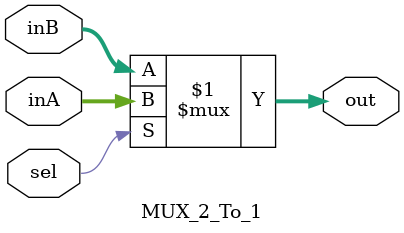
<source format=v>
module MUX_2_To_1(inA,inB,sel,out);
  parameter n = 5;
  input [n-1:0]inA,inB;
  input [0:0]sel;
  output [n-1:0]out;
  
assign out = sel?inA:inB;


endmodule 
  
</source>
